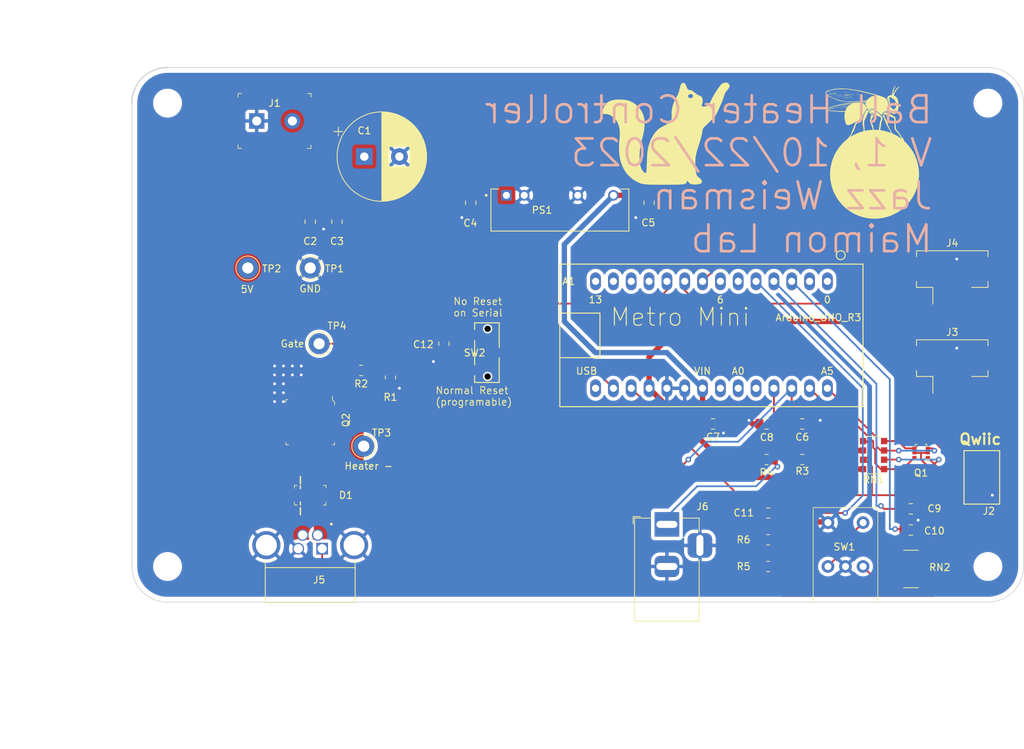
<source format=kicad_pcb>
(kicad_pcb (version 20221018) (generator pcbnew)
  (layers (0 "F.Cu" signal) (31 "B.Cu" signal) (34 "B.Paste" user) (35 "F.Paste" user) (36 "B.SilkS" user "B.Silkscreen") (37 "F.SilkS" user "F.Silkscreen") (38 "B.Mask" user) (39 "F.Mask" user) (44 "Edge.Cuts" user))
  (net 0 "")
  (net 1 "/13(SCK)")
  (net 2 "/12(MISO)")
  (net 3 "/11(**{slash}MOSI)")
  (net 4 "/10(**{slash}SS)")
  (net 5 "/9(**)")
  (net 6 "/8")
  (net 7 "/7")
  (net 8 "/6(**)")
  (net 9 "/5(**)")
  (net 10 "/4")
  (net 11 "/3(**)")
  (net 12 "/2")
  (net 13 "/1(Tx)")
  (net 14 "/0(Rx)")
  (net 15 "/reset")
  (net 16 "+3V3")
  (net 17 "+5V")
  (net 18 "GND")
  (net 19 "+12V")
  (net 21 "/A0")
  (net 22 "/A1")
  (net 23 "/A2")
  (net 24 "/A3")
  (net 25 "/A4(SDA)")
  (net 26 "/A5(SCL)")
  (net 27 "VSS")
  (net 28 "/SDA_3V")
  (net 29 "/SCL_3V")
  (net 30 "Net-(Q2-G)")
  (net 31 "/heater_-")
  (net 32 "Net-(R5-Pad2)")
  (net 33 "Net-(RN2A-R1.1)")
  (net 34 "Net-(RN2C-R3.1)")
  (net 35 "Net-(C12-Pad1)")
  (footprint "Resistor_SMD:R_0805_2012Metric_Pad1.20x1.40mm_HandSolder" (layer "F.Cu") (at 171.6825 106.68 180)
    (fp_text reference "R3")
    (fp_text value "10k 1%")
  )
  (footprint "test:ball_heater_gold" (layer "F.Cu") (at 161.911259 62.90152)
    (fp_text reference "G***" hide)
    (fp_text value "LOGO" hide)
  )
  (footprint "Misc_custom:BM04B-SRSS-TB(LF)(SN)" (layer "F.Cu") (at 196.62 109.22 90)
    (fp_text reference "J2")
    (fp_text value "qwiic")
  )
  (footprint "Resistor_SMD:R_0805_2012Metric_Pad1.20x1.40mm_HandSolder" (layer "F.Cu") (at 166.8265 121.92)
    (fp_text reference "R5")
    (fp_text value "10k")
  )
  (footprint "Resistor_SMD:R_0805_2012Metric_Pad1.20x1.40mm_HandSolder" (layer "F.Cu") (at 166.6025 106.68)
    (fp_text reference "R4")
    (fp_text value "10k 1%")
  )
  (footprint "Connector_JST:JST_PH_B3B-PH-SM4-TB_1x03-1MP_P2.00mm_Vertical" (layer "F.Cu") (at 193.04 81.28)
    (fp_text reference "J4")
    (fp_text value "B3B-PH-SM4-TB(LF)(SN)")
  )
  (footprint "Resistor_SMD:R_Array_Convex_4x1206" (layer "F.Cu") (at 181.84 106.045 180)
    (fp_text reference "RN1")
    (fp_text value "10k")
  )
  (footprint "Resistor_SMD:R_0805_2012Metric_Pad1.20x1.40mm_HandSolder" (layer "F.Cu") (at 166.8265 118.11)
    (fp_text reference "R6")
    (fp_text value "10k")
  )
  (footprint "Resistor_SMD:R_Array_Convex_4x1206" (layer "F.Cu") (at 187.174 122.276)
    (fp_text reference "RN2")
    (fp_text value "10k")
  )
  (footprint "MountingHole:MountingHole_3.7mm" (layer "F.Cu") (at 81.28 121.92)
    (fp_text reference "H1")
    (fp_text value "MountingHole")
  )
  (footprint "digikey-footprints:TO-252-3" (layer "F.Cu") (at 101.6 101.05 -90)
    (fp_text reference "Q2")
    (fp_text value "TSM170N06CP")
  )
  (footprint "digikey-footprints:DO-214AC" (layer "F.Cu") (at 101.6 111.76)
    (fp_text reference "D1")
    (fp_text value "S1G")
  )
  (footprint "Capacitor_SMD:C_0805_2012Metric_Pad1.18x1.45mm_HandSolder" (layer "F.Cu") (at 101.6 72.7925 -90)
    (fp_text reference "C2")
    (fp_text value "10uF")
  )
  (footprint "Resistor_SMD:R_0805_2012Metric_Pad1.20x1.40mm_HandSolder" (layer "F.Cu") (at 113.03 94.98 90)
    (fp_text reference "R1")
    (fp_text value "10k")
  )
  (footprint "Misc_custom:Metro_mini" (layer "F.Cu") (at 158.736 88.99)
    (fp_text reference "A1")
    (fp_text value "Arduino_UNO_R3")
  )
  (footprint "TestPoint:TestPoint_Loop_D2.60mm_Drill1.6mm_Beaded" (layer "F.Cu") (at 109.22 104.775)
    (fp_text reference "TP3")
    (fp_text value "TestPoint")
  )
  (footprint "Misc_custom:AMPHENOL_M8S-04PFFR-SF8001" (layer "F.Cu") (at 101.6 118.88 180)
    (fp_text reference "J5")
    (fp_text value "M8S-04PFFR-SF8001")
  )
  (footprint "Capacitor_SMD:C_0805_2012Metric_Pad1.18x1.45mm_HandSolder" (layer "F.Cu") (at 149.86 70.0825 -90)
    (fp_text reference "C5")
    (fp_text value "2.2uF")
  )
  (footprint "Rotary_Encoder:RotaryEncoder_Bourns_Horizontal_PEC09-2xxxF-Sxxxx" (layer "F.Cu") (at 175.34 121.92 -90)
    (fp_text reference "SW1")
    (fp_text value "RotaryEncoder_Switch")
  )
  (footprint "Connector_JST:JST_PH_B3B-PH-SM4-TB_1x03-1MP_P2.00mm_Vertical" (layer "F.Cu") (at 193.04 93.98)
    (fp_text reference "J3")
    (fp_text value "B3B-PH-SM4-TB(LF)(SN)")
  )
  (footprint "Capacitor_SMD:C_0805_2012Metric_Pad1.18x1.45mm_HandSolder" (layer "F.Cu") (at 120.65 90.17 -90)
    (fp_text reference "C12")
    (fp_text value "10uF")
  )
  (footprint "Capacitor_SMD:C_0805_2012Metric_Pad1.18x1.45mm_HandSolder" (layer "F.Cu") (at 158.9825 101.6 180)
    (fp_text reference "C7")
    (fp_text value ".1uF")
  )
  (footprint "Misc_custom:CL-SB-12A-01T" (layer "F.Cu") (at 126.7675 91.44 -90)
    (fp_text reference "SW2")
    (fp_text value "CL-SB-12A-01T")
  )
  (footprint "Misc_custom:CONV_F0512S-1WR3" (layer "F.Cu") (at 137.16 71.12)
    (fp_text reference "PS1")
    (fp_text value "F0512S-1WR3")
  )
  (footprint "Capacitor_SMD:C_0805_2012Metric_Pad1.18x1.45mm_HandSolder" (layer "F.Cu") (at 105.41 72.7925 -90)
    (fp_text reference "C3")
    (fp_text value "4.7uF")
  )
  (footprint "Capacitor_SMD:C_0805_2012Metric_Pad1.18x1.45mm_HandSolder" (layer "F.Cu") (at 187.146 116.722)
    (fp_text reference "C10")
    (fp_text value "100nF")
  )
  (footprint "digikey-footprints:SOT-363" (layer "F.Cu") (at 188.61 105.73 90)
    (fp_text reference "Q1")
    (fp_text value "BSS138DW-7-F")
  )
  (footprint "Resistor_SMD:R_0805_2012Metric_Pad1.20x1.40mm_HandSolder" (layer "F.Cu") (at 108.855 93.98)
    (fp_text reference "R2")
    (fp_text value "10R")
  )
  (footprint "Capacitor_THT:CP_Radial_D12.5mm_P5.00mm" (layer "F.Cu") (at 109.3 63.5)
    (fp_text reference "C1")
    (fp_text value "470uF")
  )
  (footprint "Capacitor_SMD:C_0805_2012Metric_Pad1.18x1.45mm_HandSolder" (layer "F.Cu") (at 166.8565 114.3)
    (fp_text reference "C11")
    (fp_text value "100nF")
  )
  (footprint "test:ball_heater_black" (layer "F.Cu") (at 161.911259 62.90152)
    (fp_text reference "G***" hide)
    (fp_text value "LOGO" hide)
  )
  (footprint "Capacitor_SMD:C_0805_2012Metric_Pad1.18x1.45mm_HandSolder" (layer "F.Cu") (at 166.6025 101.6 180)
    (fp_text reference "C8")
    (fp_text value "0.1uF")
  )
  (footprint "Connector_BarrelJack:BarrelJack_Horizontal" (layer "F.Cu") (at 152.4 115.92 90)
    (fp_text reference "J6")
    (fp_text value "Barrel_Jack_Switch")
  )
  (footprint "MountingHole:MountingHole_3.7mm" (layer "F.Cu") (at 198.12 55.88)
    (fp_text reference "H4")
    (fp_text value "MountingHole")
  )
  (footprint "Capacitor_SMD:C_0805_2012Metric_Pad1.18x1.45mm_HandSolder" (layer "F.Cu") (at 187.146 113.712)
    (fp_text reference "C9")
    (fp_text value "100nF")
  )
  (footprint "MountingHole:MountingHole_3.7mm" (layer "F.Cu") (at 81.28 55.88)
    (fp_text reference "H3")
    (fp_text value "MountingHole")
  )
  (footprint "digikey-footprints:Term_Block_1x2_P5.08MM" (layer "F.Cu") (at 93.98 58.42)
    (fp_text reference "J1")
    (fp_text value "Screw_Terminal_01x02")
  )
  (footprint "Capacitor_SMD:C_0805_2012Metric_Pad1.18x1.45mm_HandSolder" (layer "F.Cu") (at 171.6825 101.6)
    (fp_text reference "C6")
    (fp_text value "0.1uF")
  )
  (footprint "TestPoint:TestPoint_Loop_D2.60mm_Drill1.6mm_Beaded" (layer "F.Cu") (at 92.71 79.375)
    (fp_text reference "TP2")
    (fp_text value "TestPoint")
  )
  (footprint "TestPoint:TestPoint_Loop_D2.60mm_Drill1.6mm_Beaded" (layer "F.Cu") (at 102.87 90.17)
    (fp_text reference "TP4")
    (fp_text value "TestPoint")
  )
  (footprint "MountingHole:MountingHole_3.7mm" (layer "F.Cu") (at 198.12 121.92)
    (fp_text reference "H2")
    (fp_text value "MountingHole")
  )
  (footprint "Capacitor_SMD:C_0805_2012Metric_Pad1.18x1.45mm_HandSolder" (layer "F.Cu") (at 124.46 70.0825 -90)
    (fp_text reference "C4")
    (fp_text value "4.7uF")
  )
  (footprint "TestPoint:TestPoint_Loop_D2.60mm_Drill1.6mm_Beaded" (layer "F.Cu") (at 101.6 79.375)
    (fp_text reference "TP1")
    (fp_text value "TestPoint")
  )
  (gr_line (start 100.203 109.093) (end 100.203 110.109) (stroke (width 0.2)) (layer "F.SilkS"))
  (gr_line (start 100.203 113.538) (end 100.203 114.554) (stroke (width 0.2)) (layer "F.SilkS"))
  (gr_arc (start 198.12 50.8) (mid 201.712102 52.287898) (end 203.2 55.88) (stroke (width 0.1)) (layer "Edge.Cuts"))
  (gr_arc (start 76.2 55.88) (mid 77.687898 52.287898) (end 81.28 50.8) (stroke (width 0.2)) (layer "Edge.Cuts"))
  (gr_line (start 203.2 55.88) (end 203.2 121.92) (stroke (width 0.1)) (layer "Edge.Cuts"))
  (gr_line (start 81.28 50.8) (end 198.12 50.8) (stroke (width 0.1)) (layer "Edge.Cuts"))
  (gr_arc (start 203.2 121.92) (mid 201.712102 125.512102) (end 198.12 127) (stroke (width 0.1)) (layer "Edge.Cuts"))
  (gr_line (start 198.12 127) (end 81.28 127) (stroke (width 0.1)) (layer "Edge.Cuts"))
  (gr_arc (start 81.28 127) (mid 77.687898 125.512102) (end 76.2 121.92) (stroke (width 0.1)) (layer "Edge.Cuts"))
  (gr_line (start 76.2 121.92) (end 76.2 55.88) (stroke (width 0.1)) (layer "Edge.Cuts"))
  (gr_text "by Jazz" (at 133.985 113.03) (layer "F.Cu") (effects (font (size 2.54 2.54) (thickness 0.3048)) (justify left bottom)))
  (gr_text "Ball Heater" (at 113.284 109.22) (layer "F.Cu") (effects (font (size 4.572 4.572) (thickness 0.5842)) (justify left bottom)))
  (gr_text "+5V" (at 100.33 69.088 90) (layer "F.Cu") (effects (font (size 2.032 2.032) (thickness 0.3048)) (justify left bottom)))
  (gr_text "GND" (at 95.25 69.088 90) (layer "F.Cu") (effects (font (size 2.032 2.032) (thickness 0.3048)) (justify left bottom)))
  (gr_text "Ball Heater Controller\nV 1, 10/22/2023\nJazz Weisman\nMaimon Lab" (at 190.5 77.47) (layer "B.SilkS") (effects (font (size 3.81 3.81) (thickness 0.381)) (justify left bottom mirror)))
  (gr_text "Heater -" (at 109.922706 107.599761) (layer "F.SilkS") (effects (font (size 1 1))))
  (gr_text "GND" (at 101.599999 82.336977) (layer "F.SilkS") (effects (font (size 1 1))))
  (gr_text "5V" (at 92.607576 82.421811) (layer "F.SilkS") (effects (font (size 1 1))))
  (gr_text "Qwiic" (at 193.897905 104.661396) (layer "F.SilkS") (effects (font (size 1.5 1.5) (thickness 0.3) bold) (justify left bottom)))
  (gr_text "Normal Reset\n(programable)" (at 119.38 99.06) (layer "F.SilkS") (effects (font (size 1.016 1.016) (thickness 0.127)) (justify left bottom)))
  (gr_text "Gate" (at 99.06 90.17) (layer "F.SilkS") (effects (font (size 1 1))))
  (gr_text "No Reset \non Serial" (at 121.92 86.36) (layer "F.SilkS") (effects (font (size 1.016 1.016) (thickness 0.127)) (justify left bottom)))
  (segment (start 122.555 84.455) (end 113.03 93.98) (width 0.254) (layer "F.Cu") (net 5))
  (segment (start 150.495 84.455) (end 122.555 84.455) (width 0.254) (layer "F.Cu") (net 5))
  (segment (start 109.855 93.98) (end 113.03 93.98) (width 0.254) (layer "F.Cu") (net 5))
  (segment (start 152.4 81.28) (end 152.4 82.55) (width 0.254) (layer "F.Cu") (net 5))
  (segment (start 152.4 82.55) (end 150.495 84.455) (width 0.254) (layer "F.Cu") (net 5))
  (segment (start 193.04 74.93) (end 195.04 76.93) (width 0.254) (layer "F.Cu") (net 6))
  (segment (start 154.94 82.55) (end 156.845 84.455) (width 0.254) (layer "F.Cu") (net 6))
  (segment (start 195.04 76.93) (end 195.04 81.78) (width 0.254) (layer "F.Cu") (net 6))
  (segment (start 154.94 81.28) (end 154.94 82.55) (width 0.254) (layer "F.Cu") (net 6))
  (segment (start 186.055 74.93) (end 193.04 74.93) (width 0.254) (layer "F.Cu") (net 6))
  (segment (start 176.53 84.455) (end 186.055 74.93) (width 0.254) (layer "F.Cu") (net 6))
  (segment (start 156.845 84.455) (end 176.53 84.455) (width 0.254) (layer "F.Cu") (net 6))
  (segment (start 157.48 81.28) (end 165.1 73.66) (width 0.254) (layer "F.Cu") (net 7))
  (segment (start 197.358 73.66) (end 200.66 76.962) (width 0.254) (layer "F.Cu") (net 7))
  (segment (start 195.04 90.075) (end 195.04 94.48) (width 0.254) (layer "F.Cu") (net 7))
  (segment (start 200.66 84.455) (end 195.04 90.075) (width 0.254) (layer "F.Cu") (net 7))
  (segment (start 200.66 76.962) (end 200.66 84.455) (width 0.254) (layer "F.Cu") (net 7))
  (segment (start 165.1 73.66) (end 197.358 73.66) (width 0.254) (layer "F.Cu") (net 7))
  (segment (start 168.656 112.522) (end 167.597 112.522) (width 0.254) (layer "F.Cu") (net 10))
  (segment (start 165.8265 114.3075) (end 165.819 114.3) (width 0.254) (layer "F.Cu") (net 10))
  (segment (start 170.434 114.3) (end 168.656 112.522) (width 0.254) (layer "F.Cu") (net 10))
  (segment (start 177.8 114.3) (end 170.434 114.3) (width 0.254) (layer "F.Cu") (net 10))
  (segment (start 165.8265 118.11) (end 165.8265 114.3075) (width 0.254) (layer "F.Cu") (net 10))
  (segment (start 167.597 112.522) (end 165.819 114.3) (width 0.254) (layer "F.Cu") (net 10))
  (via (at 177.8 114.3) (size 0.8) (drill 0.4) (layers "F.Cu" "B.Cu") (net 10))
  (segment (start 180.3 96.48) (end 165.1 81.28) (width 0.254) (layer "B.Cu") (net 10))
  (segment (start 180.3 96.48) (end 180.3 111.8) (width 0.254) (layer "B.Cu") (net 10))
  (segment (start 180.3 111.8) (end 177.8 114.3) (width 0.254) (layer "B.Cu") (net 10))
  (segment (start 190.5 116.84) (end 188.674 118.666) (width 0.254) (layer "F.Cu") (net 11))
  (segment (start 186.3012 112.6568) (end 188.761328 112.6568) (width 0.254) (layer "F.Cu") (net 11))
  (segment (start 186.1085 113.712) (end 186.1085 112.8495) (width 0.254) (layer "F.Cu") (net 11))
  (segment (start 188.674 118.666) (end 188.674 120.276) (width 0.254) (layer "F.Cu") (net 11))
  (segment (start 183.308 113.712) (end 186.1085 113.712) (width 0.254) (layer "F.Cu") (net 11))
  (segment (start 188.761328 112.6568) (end 190.5 114.395472) (width 0.254) (layer "F.Cu") (net 11))
  (segment (start 182.88 113.284) (end 183.308 113.712) (width 0.254) (layer "F.Cu") (net 11))
  (segment (start 190.5 114.395472) (end 190.5 116.84) (width 0.254) (layer "F.Cu") (net 11))
  (segment (start 186.1085 112.8495) (end 186.3012 112.6568) (width 0.254) (layer "F.Cu") (net 11))
  (via (at 182.88 113.284) (size 0.8) (drill 0.4) (layers "F.Cu" "B.Cu") (net 11))
  (segment (start 167.64 81.28) (end 182.245 95.885) (width 0.254) (layer "B.Cu") (net 11))
  (segment (start 182.245 113.284) (end 182.88 113.284) (width 0.254) (layer "B.Cu") (net 11))
  (segment (start 182.245 95.885) (end 182.245 113.284) (width 0.254) (layer "B.Cu") (net 11))
  (segment (start 184.912 116.586) (end 185.9725 116.586) (width 0.254) (layer "F.Cu") (net 12))
  (segment (start 188.224 124.276) (end 186.944 122.996) (width 0.254) (layer "F.Cu") (net 12))
  (segment (start 186.944 117.5575) (end 186.1085 116.722) (width 0.254) (layer "F.Cu") (net 12))
  (segment (start 185.9725 116.586) (end 186.1085 116.722) (width 0.254) (layer "F.Cu") (net 12))
  (segment (start 188.674 124.276) (end 188.224 124.276) (width 0.254) (layer "F.Cu") (net 12))
  (segment (start 186.944 122.996) (end 186.944 117.5575) (width 0.254) (layer "F.Cu") (net 12))
  (segment (start 186.1085 116.722) (end 186.486974 116.722) (width 0.254) (layer "F.Cu") (net 12))
  (via (at 184.912 116.586) (size 0.8) (drill 0.4) (layers "F.Cu" "B.Cu") (net 12))
  (segment (start 170.18 81.28) (end 184.15 95.25) (width 0.254) (layer "B.Cu") (net 12))
  (segment (start 184.15 95.25) (end 184.15 116.586) (width 0.254) (layer "B.Cu") (net 12))
  (segment (start 184.15 116.586) (end 184.912 116.586) (width 0.254) (layer "B.Cu") (net 12))
  (segment (start 128.1675 91.44) (end 139.7 91.44) (width 0.254) (layer "F.Cu") (net 15))
  (segment (start 139.7 91.44) (end 144.78 96.52) (width 0.254) (layer "F.Cu") (net 15))
  (segment (start 180.633026 106.705) (end 180.34 106.705) (width 0.254) (layer "F.Cu") (net 16))
  (segment (start 180.79 104.045) (end 181.330601 104.585601) (width 0.254) (layer "F.Cu") (net 16))
  (segment (start 181.330601 106.007425) (end 180.633026 106.705) (width 0.254) (layer "F.Cu") (net 16))
  (segment (start 162.576659 111.76) (end 181.864 111.76) (width 0.254) (layer "F.Cu") (net 16))
  (segment (start 180.34 104.045) (end 180.79 104.045) (width 0.254) (layer "F.Cu") (net 16))
  (segment (start 191.635 109.72) (end 189.23 107.315) (width 0.254) (layer "F.Cu") (net 16))
  (segment (start 188.595 105.73) (end 189.56 105.73) (width 0.254) (layer "F.Cu") (net 16))
  (segment (start 181.864 111.76) (end 184.785 111.76) (width 0.254) (layer "F.Cu") (net 16))
  (segment (start 184.785 111.76) (end 189.23 107.315) (width 0.254) (layer "F.Cu") (net 16))
  (segment (start 188.595 106.68) (end 188.595 105.73) (width 0.254) (layer "F.Cu") (net 16))
  (segment (start 180.633026 106.705) (end 181.61 107.681974) (width 0.254) (layer "F.Cu") (net 16))
  (segment (start 147.336659 96.52) (end 162.576659 111.76) (width 0.254) (layer "F.Cu") (net 16))
  (segment (start 198.62 109.72) (end 191.635 109.72) (width 0.254) (layer "F.Cu") (net 16))
  (segment (start 147.32 96.52) (end 147.336659 96.52) (width 0.254) (layer "F.Cu") (net 16))
  (segment (start 181.61 107.681974) (end 181.61 111.76) (width 0.254) (layer "F.Cu") (net 16))
  (segment (start 187.66 105.73) (end 188.595 105.73) (width 0.254) (layer "F.Cu") (net 16))
  (segment (start 181.330601 104.585601) (end 181.330601 106.007425) (width 0.254) (layer "F.Cu") (net 16))
  (segment (start 189.23 107.315) (end 188.595 106.68) (width 0.254) (layer "F.Cu") (net 16))
  (segment (start 154.94 86.995) (end 191.04 86.995) (width 0.762) (layer "F.Cu") (net 17))
  (segment (start 175.26 109.22) (end 172.72 109.22) (width 0.762) (layer "F.Cu") (net 17))
  (segment (start 191.008 123.952) (end 191.008 125.222) (width 0.762) (layer "F.Cu") (net 17))
  (segment (start 188.674 122.428) (end 189.484 122.428) (width 0.762) (layer "F.Cu") (net 17))
  (segment (start 201.93 114.808) (end 200.152 116.586) (width 0.762) (layer "F.Cu") (net 17))
  (segment (start 189.484 122.428) (end 191.008 123.952) (width 0.762) (layer "F.Cu") (net 17))
  (segment (start 179.095 105.385) (end 180.34 105.385) (width 0.762) (layer "F.Cu") (net 17))
  (segment (start 194.14 100.33) (end 197.104 100.33) (width 0.762) (layer "F.Cu") (net 17))
  (segment (start 190.373 125.857) (end 168.91 125.857) (width 0.762) (layer "F.Cu") (net 17))
  (segment (start 191.008 125.222) (end 190.373 125.857) (width 0.762) (layer "F.Cu") (net 17))
  (segment (start 179.165 108.045) (end 177.8 106.68) (width 0.762) (layer "F.Cu") (net 17))
  (segment (start 177.8 106.68) (end 175.26 109.22) (width 0.762) (layer "F.Cu") (net 17))
  (segment (start 197.104 100.33) (end 201.93 105.156) (width 0.762) (layer "F.Cu") (net 17))
  (segment (start 201.93 105.156) (end 201.93 114.808) (width 0.762) (layer "F.Cu") (net 17))
  (segment (start 188.674 122.428) (end 188.674 122.936) (width 0.762) (layer "F.Cu") (net 17))
  (segment (start 191.04 86.995) (end 191.04 81.78) (width 0.762) (layer "F.Cu") (net 17))
  (segment (start 165.6025 108.7175) (end 165.1 109.22) (width 0.762) (layer "F.Cu") (net 17))
  (segment (start 200.152 116.586) (end 194.516 116.586) (width 0.762) (layer "F.Cu") (net 17))
  (segment (start 191.04 94.48) (end 191.04 86.995) (width 0.762) (layer "F.Cu") (net 17))
  (segment (start 172.6825 109.1825) (end 172.72 109.22) (width 0.762) (layer "F.Cu") (net 17))
  (segment (start 149.86 96.52) (end 149.86 92.075) (width 0.762) (layer "F.Cu") (net 17))
  (segment (start 191.04 97.23) (end 194.14 100.33) (width 0.762) (layer "F.Cu") (net 17))
  (segment (start 172.72 109.22) (end 165.1 109.22) (width 0.762) (layer "F.Cu") (net 17))
  (segment (start 172.6825 106.68) (end 172.6825 109.1825) (width 0.762) (layer "F.Cu") (net 17))
  (segment (start 188.674 121.616) (end 188.674 122.428) (width 0.762) (layer "F.Cu") (net 17))
  (segment (start 165.6025 106.68) (end 165.6025 108.7175) (width 0.762) (layer "F.Cu") (net 17))
  (segment (start 165.8265 122.7735) (end 168.91 125.857) (width 0.762) (layer "F.Cu") (net 17))
  (segment (start 177.8 106.68) (end 179.095 105.385) (width 0.762) (layer "F.Cu") (net 17))
  (segment (start 162.56 109.22) (end 149.86 96.52) (width 0.762) (layer "F.Cu") (net 17))
  (segment (start 149.86 92.075) (end 154.94 86.995) (width 0.762) (layer "F.Cu") (net 17))
  (segment (start 191.04 94.48) (end 191.04 97.23) (width 0.762) (layer "F.Cu") (net 17))
  (segment (start 165.8265 121.92) (end 165.8265 122.7735) (width 0.762) (layer "F.Cu") (net 17))
  (segment (start 194.516 116.586) (end 188.674 122.428) (width 0.762) (layer "F.Cu") (net 17))
  (segment (start 165.1 109.22) (end 162.56 109.22) (width 0.762) (layer "F.Cu") (net 17))
  (segment (start 180.34 108.045) (end 179.165 108.045) (width 0.762) (layer "F.Cu") (net 17))
  (segment (start 164.592 101.6) (end 164.084 101.092) (width 0.762) (layer "F.Cu") (net 18))
  (segment (start 160.02 102.465332) (end 160.456468 102.9018) (width 0.762) (layer "F.Cu") (net 18))
  (segment (start 198.62 110.72) (end 198.62 111.625) (width 0.762) (layer "F.Cu") (net 18))
  (segment (start 160.02 101.6) (end 160.02 102.465332) (width 0.762) (layer "F.Cu") (net 18))
  (segment (start 193.04 81.78) (end 193.04 78.74) (width 0.762) (layer "F.Cu") (net 18))
  (segment (start 173.736 101.6) (end 174.244 101.092) (width 0.762) (layer "F.Cu") (net 18))
  (segment (start 124.27 71.12) (end 123.195 72.195) (width 0.762) (layer "F.Cu") (net 18))
  (segment (start 120.65 91.2075) (end 119.1475 92.71) (width 0.762) (layer "F.Cu") (net 18))
  (segment (start 113.76 95.98) (end 114.3 96.52) (width 0.762) (layer "F.Cu") (net 18))
  (segment (start 165.565 101.6) (end 164.592 101.6) (width 0.762) (layer "F.Cu") (net 18))
  (segment (start 175.24 115.57) (end 175.34 115.67) (width 0.762) (layer "F.Cu") (net 18))
  (segment (start 149.035 71.12) (end 147.96 72.195) (width 0.762) (layer "F.Cu") (net 18))
  (segment (start 193.04 91.44) (end 193.675 90.805) (width 0.762) (layer "F.Cu") (net 18))
  (segment (start 193.04 94.48) (end 193.04 91.44) (width 0.762) (layer "F.Cu") (net 18))
  (segment (start 198.62 111.625) (end 198.755 111.76) (width 0.762) (layer "F.Cu") (net 18))
  (segment (start 124.46 71.12) (end 124.27 71.12) (width 0.762) (layer "F.Cu") (net 18))
  (segment (start 149.86 71.12) (end 149.035 71.12) (width 0.762) (layer "F.Cu") (net 18))
  (segment (start 167.894 114.3) (end 169.164 115.57) (width 0.762) (layer "F.Cu") (net 18))
  (segment (start 99.315 96.97) (end 99.245 96.97) (width 0.762) (layer "F.Cu") (net 18))
  (segment (start 169.164 115.57) (end 175.24 115.57) (width 0.762) (layer "F.Cu") (net 18))
  (segment (start 188.1835 116.722) (end 188.1835 113.712) (width 0.762) (layer "F.Cu") (net 18))
  (segment (start 193.04 78.74) (end 193.675 78.105) (width 0.762) (layer "F.Cu") (net 18))
  (segment (start 101.6 73.83) (end 105.41 73.83) (width 0.762) (layer "F.Cu") (net 18))
  (segment (start 172.72 101.6) (end 173.736 101.6) (width 0.762) (layer "F.Cu") (net 18))
  (segment (start 113.03 95.98) (end 113.76 95.98) (width 0.762) (layer "F.Cu") (net 18))
  (via (at 198.755 111.76) (size 0.8) (drill 0.4) (layers "F.Cu" "B.Cu") (net 18))
  (via (at 100.33 94.615) (size 0.8) (drill 0.4) (layers "F.Cu" "B.Cu") (net 18))
  (via (at 97.79 98.425) (size 0.8) (drill 0.4) (layers "F.Cu" "B.Cu") (net 18))
  (via (at 96.52 97.155) (size 0.8) (drill 0.4) (layers "F.Cu" "B.Cu") (net 18))
  (via (at 96.52 93.345) (size 0.8) (drill 0.4) (layers "F.Cu" "B.Cu") (net 18))
  (via (at 193.675 78.105) (size 0.8) (drill 0.4) (layers "F.Cu" "B.Cu") (net 18))
  (via (at 99.06 94.615) (size 0.8) (drill 0.4) (layers "F.Cu" "B.Cu") (net 18))
  (via (at 164.084 101.092) (size 0.8) (drill 0.4) (layers "F.Cu" "B.Cu") (net 18))
  (via (at 97.79 93.345) (size 0.8) (drill 0.4) (layers "F.Cu" "B.Cu") (net 18))
  (via (at 96.52 95.885) (size 0.8) (drill 0.4) (layers "F.Cu" "B.Cu") (net 18))
  (via (at 188.1835 115.316) (size 0.8) (drill 0.4) (layers "F.Cu" "B.Cu") (net 18))
  (via (at 97.79 94.615) (size 0.8) (drill 0.4) (layers "F.Cu" "B.Cu") (net 18))
  (via (at 96.52 98.425) (size 0.8) (drill 0.4) (layers "F.Cu" "B.Cu") (net 18))
  (via (at 123.195 72.195) (size 0.8) (drill 0.4) (layers "F.Cu" "B.Cu") (net 18))
  (via (at 103.505 73.83) (size 0.8) (drill 0.4) (layers "F.Cu" "B.Cu") (net 18))
  (via (at 100.33 93.345) (size 0.8) (drill 0.4) (layers "F.Cu" "B.Cu") (net 18))
  (via (at 160.456468 102.9018) (size 0.8) (drill 0.4) (layers "F.Cu" "B.Cu") (net 18))
  (via (at 97.79 95.885) (size 0.8) (drill 0.4) (layers "F.Cu" "B.Cu") (net 18))
  (via (at 97.79 97.155) (size 0.8) (drill 0.4) (layers "F.Cu" "B.Cu") (net 18))
  (via (at 96.52 94.615) (size 0.8) (drill 0.4) (layers "F.Cu" "B.Cu") (net 18))
  (via (at 114.3 96.52) (size 0.8) (drill 0.4) (layers "F.Cu" "B.Cu") (net 18))
  (via (at 174.244 101.092) (size 0.8) (drill 0.4) (layers "F.Cu" "B.Cu") (net 18))
  (via (at 119.1475 92.71) (size 0.8) (drill 0.4) (layers "F.Cu" "B.Cu") (net 18))
  (via (at 99.06 93.345) (size 0.8) (drill 0.4) (layers "F.Cu" "B.Cu") (net 18))
  (via (at 147.96 72.195) (size 0.8) (drill 0.4) (layers "F.Cu" "B.Cu") (net 18))
  (via (at 193.675 90.805) (size 0.8) (drill 0.4) (layers "F.Cu" "B.Cu") (net 18))
  (segment (start 157.48 101.135) (end 157.945 101.6) (width 0.762) (layer "F.Cu") (net 19))
  (segment (start 144.785 69.02) (end 149.835 69.02) (width 0.762) (layer "F.Cu") (net 19))
  (segment (start 149.835 69.02) (end 149.86 69.045) (width 0.762) (layer "F.Cu") (net 19))
  (segment (start 157.48 96.52) (end 157.48 101.135) (width 0.762) (layer "F.Cu") (net 19))
  (segment (start 137.795 86.995) (end 142.24 91.44) (width 0.762) (layer "B.Cu") (net 19))
  (segment (start 137.795 76.01) (end 137.795 86.995) (width 0.762) (layer "B.Cu") (net 19))
  (segment (start 152.4 91.44) (end 157.48 96.52) (width 0.762) (layer "B.Cu") (net 19))
  (segment (start 142.24 91.44) (end 152.4 91.44) (width 0.762) (layer "B.Cu") (net 19))
  (segment (start 144.785 69.02) (end 137.795 76.01) (width 0.762) (layer "B.Cu") (net 19))
  (segment (start 167.6025 106.68) (end 167.6025 101.6375) (width 0.254) (layer "F.Cu") (net 23))
  (segment (start 167.6025 107.1505) (end 168.148 107.696) (width 0.254) (layer "F.Cu") (net 23))
  (segment (start 167.6025 101.6375) (end 167.64 101.6) (width 0.254) (layer "F.Cu") (net 23))
  (segment (start 167.6025 106.68) (end 167.6025 107.1505) (width 0.254) (layer "F.Cu") (net 23))
  (segment (start 167.64 96.52) (end 167.64 101.6) (width 0.254) (layer "F.Cu") (net 23))
  (via (at 168.148 107.696) (size 0.8) (drill 0.4) (layers "F.Cu" "B.Cu") (net 23))
  (segment (start 156.718 110.49) (end 152.4 114.808) (width 0.254) (layer "B.Cu") (net 23))
  (segment (start 168.148 107.696) (end 167.894 107.696) (width 0.254) (layer "B.Cu") (net 23))
  (segment (start 165.1 110.49) (end 156.718 110.49) (width 0.254) (layer "B.Cu") (net 23))
  (segment (start 152.4 114.808) (end 152.4 115.92) (width 0.254) (layer "B.Cu") (net 23))
  (segment (start 167.894 107.696) (end 165.1 110.49) (width 0.254) (layer "B.Cu") (net 23))
  (segment (start 170.18 99.568) (end 170.645 100.033) (width 0.254) (layer "F.Cu") (net 24))
  (segment (start 103.3 121.08) (end 104.648 122.428) (width 0.254) (layer "F.Cu") (net 24))
  (segment (start 170.6825 101.6375) (end 170.645 101.6) (width 0.254) (layer "F.Cu") (net 24))
  (segment (start 148.336 113.79198) (end 155.448 106.67998) (width 0.254) (layer "F.Cu") (net 24))
  (segment (start 135.001 122.428) (end 140.589 116.84) (width 0.254) (layer "F.Cu") (net 24))
  (segment (start 145.28798 116.84) (end 148.336 113.79198) (width 0.254) (layer "F.Cu") (net 24))
  (segment (start 170.18 96.52) (end 170.18 99.568) (width 0.254) (layer "F.Cu") (net 24))
  (segment (start 103.3 119.38) (end 103.3 121.08) (width 0.254) (layer "F.Cu") (net 24))
  (segment (start 170.6825 106.68) (end 170.6825 101.6375) (width 0.254) (layer "F.Cu") (net 24))
  (segment (start 140.589 116.84) (end 145.28798 116.84) (width 0.254) (layer "F.Cu") (net 24))
  (segment (start 104.648 122.428) (end 135.001 122.428) (width 0.254) (layer "F.Cu") (net 24))
  (segment (start 170.645 100.033) (end 170.645 101.6) (width 0.254) (layer "F.Cu") (net 24))
  (via (at 155.448 106.67998) (size 0.8) (drill 0.4) (layers "F.Cu" "B.Cu") (net 24))
  (segment (start 162.56 104.14) (end 157.98798 104.14) (width 0.254) (layer "B.Cu") (net 24))
  (segment (start 157.98798 104.14) (end 155.448 106.67998) (width 0.254) (layer "B.Cu") (net 24))
  (segment (start 170.18 96.52) (end 162.56 104.14) (width 0.254) (layer "B.Cu") (net 24))
  (segment (start 172.72 96.52) (end 175.26 99.06) (width 0.254) (layer "F.Cu") (net 25))
  (segment (start 181.787802 104.125828) (end 181.787802 104.96438) (width 0.254) (layer "F.Cu") (net 25))
  (segment (start 181.787802 104.96438) (end 182.0672 105.243778) (width 0.254) (layer "F.Cu") (net 25))
  (segment (start 185.995 108.045) (end 187.66 106.38) (width 0.254) (layer "F.Cu") (net 25))
  (segment (start 176.721974 99.06) (end 181.787802 104.125828) (width 0.254) (layer "F.Cu") (net 25))
  (segment (start 175.26 99.06) (end 176.721974 99.06) (width 0.254) (layer "F.Cu") (net 25))
  (segment (start 183.34 108.045) (end 185.995 108.045) (width 0.254) (layer "F.Cu") (net 25))
  (segment (start 182.0672 105.243778) (end 182.0672 107.2222) (width 0.254) (layer "F.Cu") (net 25))
  (segment (start 182.89 108.045) (end 183.34 108.045) (width 0.254) (layer "F.Cu") (net 25))
  (segment (start 182.0672 107.2222) (end 182.89 108.045) (width 0.254) (layer "F.Cu") (net 25))
  (segment (start 182.855 105.385) (end 182.245001 104.775001) (width 0.254) (layer "F.Cu") (net 26))
  (segment (start 183.365 105.41) (end 183.34 105.385) (width 0.254) (layer "F.Cu") (net 26))
  (segment (start 190.17 105.08) (end 190.5 105.41) (width 0.254) (layer "F.Cu") (net 26))
  (segment (start 182.245001 103.505001) (end 175.26 96.52) (width 0.254) (layer "F.Cu") (net 26))
  (segment (start 183.34 105.385) (end 182.855 105.385) (width 0.254) (layer "F.Cu") (net 26))
  (segment (start 189.56 105.08) (end 190.17 105.08) (width 0.254) (layer "F.Cu") (net 26))
  (segment (start 185.42 105.41) (end 183.365 105.41) (width 0.254) (layer "F.Cu") (net 26))
  (segment (start 182.245001 104.775001) (end 182.245001 103.505001) (width 0.254) (layer "F.Cu") (net 26))
  (via (at 190.5 105.41) (size 0.8) (drill 0.4) (layers "F.Cu" "B.Cu") (net 26))
  (via (at 185.42 105.41) (size 0.8) (drill 0.4) (layers "F.Cu" "B.Cu") (net 26))
  (segment (start 190.5 105.41) (end 185.42 105.41) (width 0.254) (layer "B.Cu") (net 26))
  (segment (start 183.365 106.68) (end 183.34 106.705) (width 0.254) (layer "F.Cu") (net 28))
  (segment (start 189.56 106.38) (end 190.4975 107.3175) (width 0.254) (layer "F.Cu") (net 28))
  (segment (start 185.42 106.68) (end 183.365 106.68) (width 0.254) (layer "F.Cu") (net 28))
  (segment (start 190.4975 107.3175) (end 191.135 106.68) (width 0.254) (layer "F.Cu") (net 28))
  (segment (start 190.4975 107.3175) (end 191.9 108.72) (width 0.254) (layer "F.Cu") (net 28))
  (segment (start 191.9 108.72) (end 198.62 108.72) (width 0.254) (layer "F.Cu") (net 28))
  (via (at 185.42 106.68) (size 0.8) (drill 0.4) (layers "F.Cu" "B.Cu") (net 28))
  (via (at 191.135 106.68) (size 0.8) (drill 0.4) (layers "F.Cu" "B.Cu") (net 28))
  (segment (start 191.135 106.68) (end 185.42 106.68) (width 0.254) (layer "B.Cu") (net 28))
  (segment (start 188.6 104.14) (end 187.66 105.08) (width 0.254) (layer "F.Cu") (net 29))
  (segment (start 190.5 104.14) (end 188.6 104.14) (width 0.254) (layer "F.Cu") (net 29))
  (segment (start 198.62 107.72) (end 194.08 107.72) (width 0.254) (layer "F.Cu") (net 29))
  (segment (start 187.66 105.08) (end 186.36 105.08) (width 0.254) (layer "F.Cu") (net 29))
  (segment (start 186.36 105.08) (end 185.325 104.045) (width 0.254) (layer "F.Cu") (net 29))
  (segment (start 194.08 107.72) (end 190.5 104.14) (width 0.254) (layer "F.Cu") (net 29))
  (segment (start 185.325 104.045) (end 183.34 104.045) (width 0.254) (layer "F.Cu") (net 29))
  (segment (start 107.855 91.98) (end 107.855 93.98) (width 0.254) (layer "F.Cu") (net 30))
  (segment (start 106.875 93.98) (end 107.855 93.98) (width 0.254) (layer "F.Cu") (net 30))
  (segment (start 104.265 90.17) (end 106.045 90.17) (width 0.254) (layer "F.Cu") (net 30))
  (segment (start 103.885 96.97) (end 106.875 93.98) (width 0.254) (layer "F.Cu") (net 30))
  (segment (start 106.045 90.17) (end 107.855 91.98) (width 0.254) (layer "F.Cu") (net 30))
  (segment (start 103.885 89.79) (end 104.265 90.17) (width 0.254) (layer "F.Cu") (net 30))
  (segment (start 180.34 115.67) (end 177.9 118.11) (width 0.254) (layer "F.Cu") (net 32))
  (segment (start 177.9 118.11) (end 167.8265 118.11) (width 0.254) (layer "F.Cu") (net 32))
  (segment (start 167.8265 118.11) (end 167.8265 121.92) (width 0.254) (layer "F.Cu") (net 32))
  (segment (start 185.674 121.616) (end 185.674 120.276) (width 0.254) (layer "F.Cu") (net 33))
  (segment (start 175.3 121.92) (end 176.944 120.276) (width 0.254) (layer "F.Cu") (net 33))
  (segment (start 176.944 120.276) (end 185.674 120.276) (width 0.254) (layer "F.Cu") (net 33))
  (segment (start 180.3 121.92) (end 181.316 122.936) (width 0.254) (layer "F.Cu") (net 34))
  (segment (start 185.674 124.276) (end 185.674 122.936) (width 0.254) (layer "F.Cu") (net 34))
  (segment (start 181.316 122.936) (end 185.674 122.936) (width 0.254) (layer "F.Cu") (net 34))
  (segment (start 120.65 89.1325) (end 125.175 89.1325) (width 0.254) (layer "F.Cu") (net 35))
  (zone (net 27) (net_name "VSS") (layer "F.Cu") (name "VSS") (priority 3) (connect_pads yes (clearance 0.508)) (min_thickness 0.25) (fill yes (thermal_gap 0.5) (thermal_bridge_width 0.5))
    (polygon (pts (xy 102.235 52.705) (xy 84.455 52.705) (xy 85.09 118.11) (xy 101.6 118.11) (xy 101.6 108.585) (xy 94.615 108.585) (xy 94.615 86.995) (xy 98.425 83.185) (xy 98.425 72.39) (xy 130.81 72.39) (xy 130.81 52.705)))
  )
  (zone (net 18) (net_name "GND") (layer "F.Cu") (name "GND") (priority 2) (connect_pads yes (clearance 0.508)) (min_thickness 0.25) (fill yes (thermal_gap 0.5) (thermal_bridge_width 0.5))
    (polygon (pts (xy 101.6 99.695) (xy 95.885 99.695) (xy 95.885 92.71) (xy 101.6 92.71)))
  )
  (zone (net 31) (net_name "/heater_-") (layer "F.Cu") (name "heater_-") (priority 1) (connect_pads yes (clearance 0.508)) (min_thickness 0.25) (fill yes (thermal_gap 0.5) (thermal_bridge_width 0.5))
    (polygon (pts (xy 109.22 114.3) (xy 109.22 100.965) (xy 98.425 100.965) (xy 98.425 108.585) (xy 101.6 108.585) (xy 101.6 118.11) (xy 104.4575 118.11) (xy 105.41 118.11)))
  )
  (zone (net 18) (net_name "GND") (layer "B.Cu") (name "GND") (connect_pads (clearance 0.508)) (min_thickness 0.25) (fill yes (thermal_gap 0.5) (thermal_bridge_width 0.5))
    (polygon (pts (xy 76.2 50.8) (xy 203.2 50.8) (xy 203.2 127) (xy 76.2 127)))
  )
)
</source>
